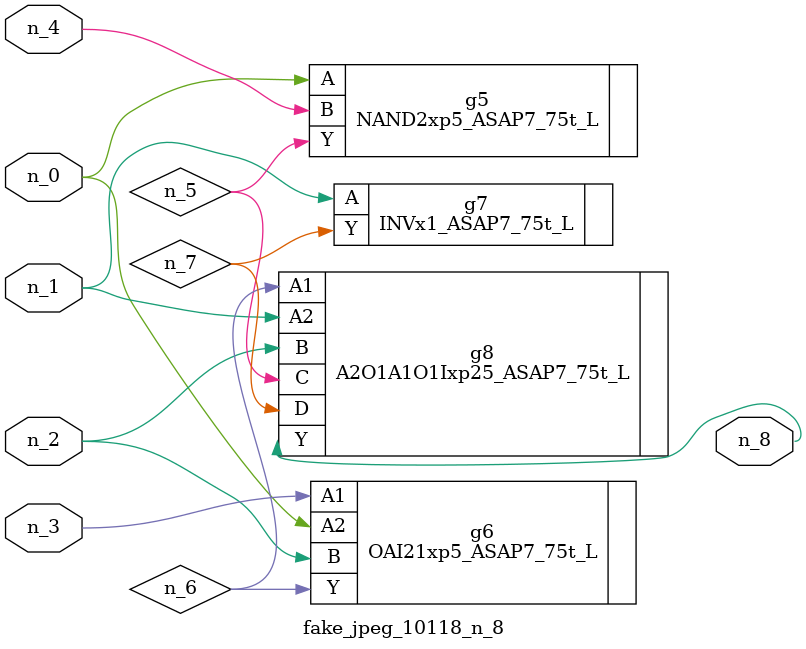
<source format=v>
module fake_jpeg_10118_n_8 (n_3, n_2, n_1, n_0, n_4, n_8);

input n_3;
input n_2;
input n_1;
input n_0;
input n_4;

output n_8;

wire n_6;
wire n_5;
wire n_7;

NAND2xp5_ASAP7_75t_L g5 ( 
.A(n_0),
.B(n_4),
.Y(n_5)
);

OAI21xp5_ASAP7_75t_L g6 ( 
.A1(n_3),
.A2(n_0),
.B(n_2),
.Y(n_6)
);

INVx1_ASAP7_75t_L g7 ( 
.A(n_1),
.Y(n_7)
);

A2O1A1O1Ixp25_ASAP7_75t_L g8 ( 
.A1(n_6),
.A2(n_1),
.B(n_2),
.C(n_5),
.D(n_7),
.Y(n_8)
);


endmodule
</source>
